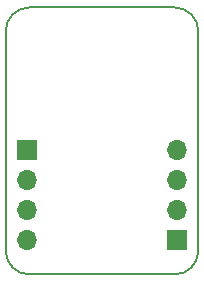
<source format=gbr>
G04 #@! TF.GenerationSoftware,KiCad,Pcbnew,5.1.4-e60b266~84~ubuntu19.04.1*
G04 #@! TF.CreationDate,2019-08-10T10:41:32+03:00*
G04 #@! TF.ProjectId,BRK-VSSOP-8-2.4x2.1-P0.5,42524b2d-5653-4534-9f50-2d382d322e34,v1.1*
G04 #@! TF.SameCoordinates,Original*
G04 #@! TF.FileFunction,Copper,L2,Bot*
G04 #@! TF.FilePolarity,Positive*
%FSLAX46Y46*%
G04 Gerber Fmt 4.6, Leading zero omitted, Abs format (unit mm)*
G04 Created by KiCad (PCBNEW 5.1.4-e60b266~84~ubuntu19.04.1) date 2019-08-10 10:41:32*
%MOMM*%
%LPD*%
G04 APERTURE LIST*
%ADD10C,0.150000*%
%ADD11O,1.700000X1.700000*%
%ADD12R,1.700000X1.700000*%
G04 APERTURE END LIST*
D10*
X53000000Y-70600000D02*
G75*
G02X51000000Y-68600000I0J2000000D01*
G01*
X67300000Y-68600000D02*
G75*
G02X65300000Y-70600000I-2000000J0D01*
G01*
X65300000Y-48000000D02*
G75*
G02X67300000Y-50000000I0J-2000000D01*
G01*
X51000000Y-50000000D02*
G75*
G02X53000000Y-48000000I2000000J0D01*
G01*
X65300000Y-70600000D02*
X53000000Y-70600000D01*
X67300000Y-50000000D02*
X67300000Y-68600000D01*
X53000000Y-48000000D02*
X65300000Y-48000000D01*
X51000000Y-68600000D02*
X51000000Y-50000000D01*
D11*
X65500000Y-60100000D03*
X65500000Y-62640000D03*
X65500000Y-65180000D03*
D12*
X65500000Y-67720000D03*
D11*
X52800000Y-67720000D03*
X52800000Y-65180000D03*
X52800000Y-62640000D03*
D12*
X52800000Y-60100000D03*
M02*

</source>
